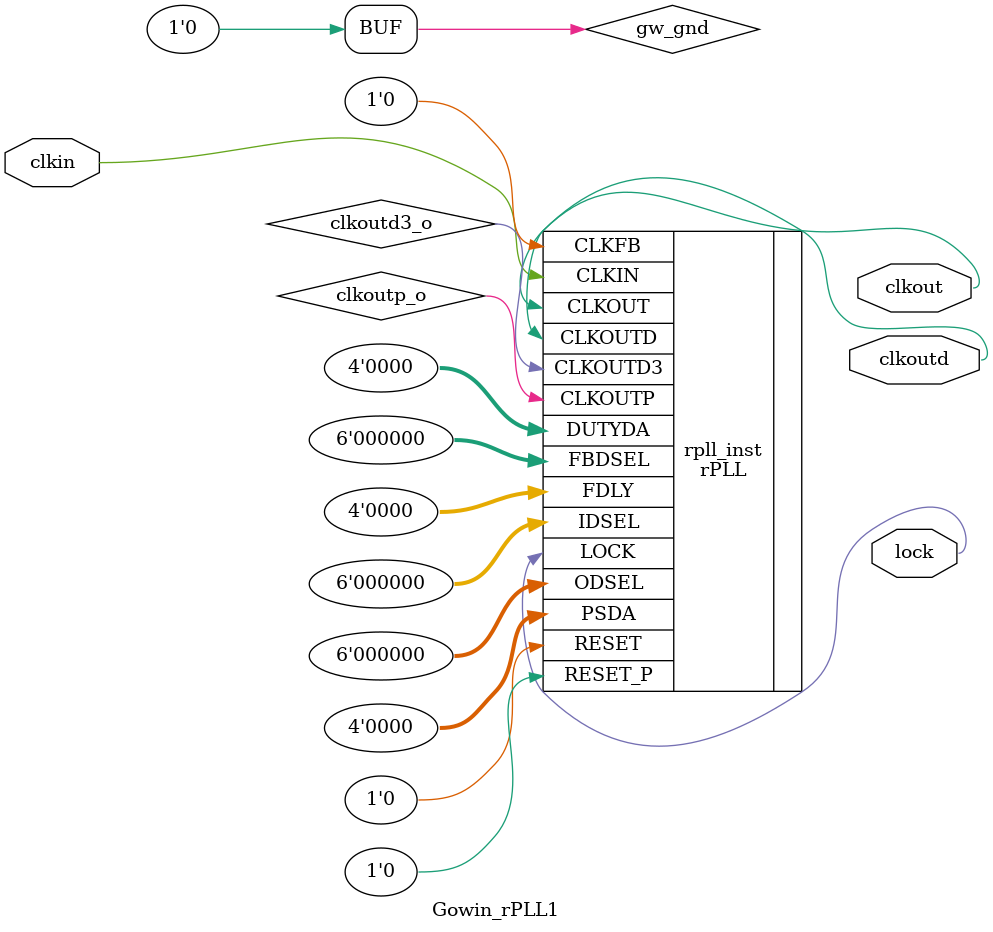
<source format=v>

module Gowin_rPLL1 (clkout, lock, clkoutd, clkin);

output clkout;
output lock;
output clkoutd;
input clkin;

wire clkoutp_o;
wire clkoutd3_o;
wire gw_gnd;

assign gw_gnd = 1'b0;

rPLL rpll_inst (
    .CLKOUT(clkout),
    .LOCK(lock),
    .CLKOUTP(clkoutp_o),
    .CLKOUTD(clkoutd),
    .CLKOUTD3(clkoutd3_o),
    .RESET(gw_gnd),
    .RESET_P(gw_gnd),
    .CLKIN(clkin),
    .CLKFB(gw_gnd),
    .FBDSEL({gw_gnd,gw_gnd,gw_gnd,gw_gnd,gw_gnd,gw_gnd}),
    .IDSEL({gw_gnd,gw_gnd,gw_gnd,gw_gnd,gw_gnd,gw_gnd}),
    .ODSEL({gw_gnd,gw_gnd,gw_gnd,gw_gnd,gw_gnd,gw_gnd}),
    .PSDA({gw_gnd,gw_gnd,gw_gnd,gw_gnd}),
    .DUTYDA({gw_gnd,gw_gnd,gw_gnd,gw_gnd}),
    .FDLY({gw_gnd,gw_gnd,gw_gnd,gw_gnd})
);

defparam rpll_inst.FCLKIN = "27";
defparam rpll_inst.DYN_IDIV_SEL = "false";
defparam rpll_inst.IDIV_SEL = 2;
defparam rpll_inst.DYN_FBDIV_SEL = "false";
defparam rpll_inst.FBDIV_SEL = 27;
defparam rpll_inst.DYN_ODIV_SEL = "false";
defparam rpll_inst.ODIV_SEL = 2;
defparam rpll_inst.PSDA_SEL = "0000";
defparam rpll_inst.DYN_DA_EN = "true";
defparam rpll_inst.DUTYDA_SEL = "1000";
defparam rpll_inst.CLKOUT_FT_DIR = 1'b1;
defparam rpll_inst.CLKOUTP_FT_DIR = 1'b1;
defparam rpll_inst.CLKOUT_DLY_STEP = 0;
defparam rpll_inst.CLKOUTP_DLY_STEP = 0;
defparam rpll_inst.CLKFB_SEL = "internal";
defparam rpll_inst.CLKOUT_BYPASS = "false";
defparam rpll_inst.CLKOUTP_BYPASS = "false";
defparam rpll_inst.CLKOUTD_BYPASS = "false";
defparam rpll_inst.DYN_SDIV_SEL = 2;
defparam rpll_inst.CLKOUTD_SRC = "CLKOUT";
defparam rpll_inst.CLKOUTD3_SRC = "CLKOUT";
defparam rpll_inst.DEVICE = "GW1NR-9C";

endmodule //Gowin_rPLL1

</source>
